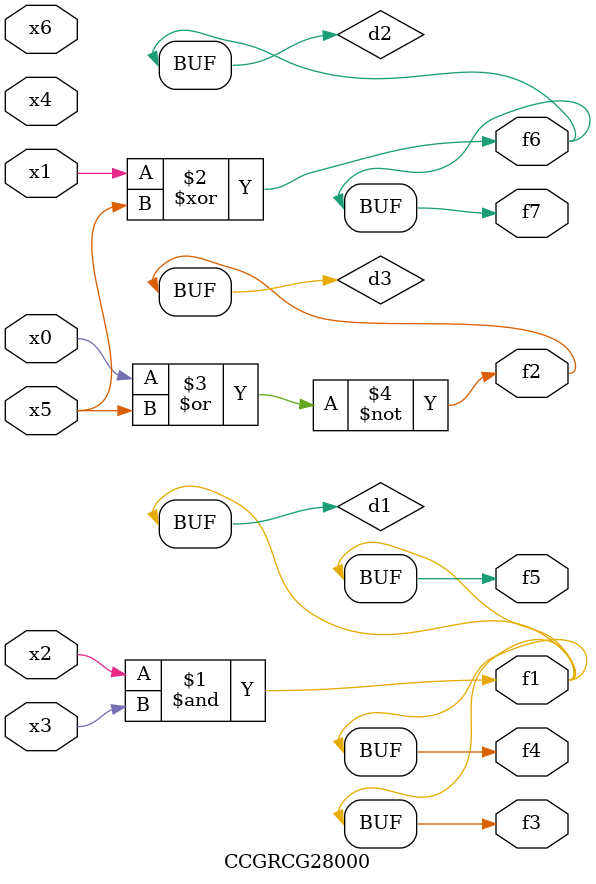
<source format=v>
module CCGRCG28000(
	input x0, x1, x2, x3, x4, x5, x6,
	output f1, f2, f3, f4, f5, f6, f7
);

	wire d1, d2, d3;

	and (d1, x2, x3);
	xor (d2, x1, x5);
	nor (d3, x0, x5);
	assign f1 = d1;
	assign f2 = d3;
	assign f3 = d1;
	assign f4 = d1;
	assign f5 = d1;
	assign f6 = d2;
	assign f7 = d2;
endmodule

</source>
